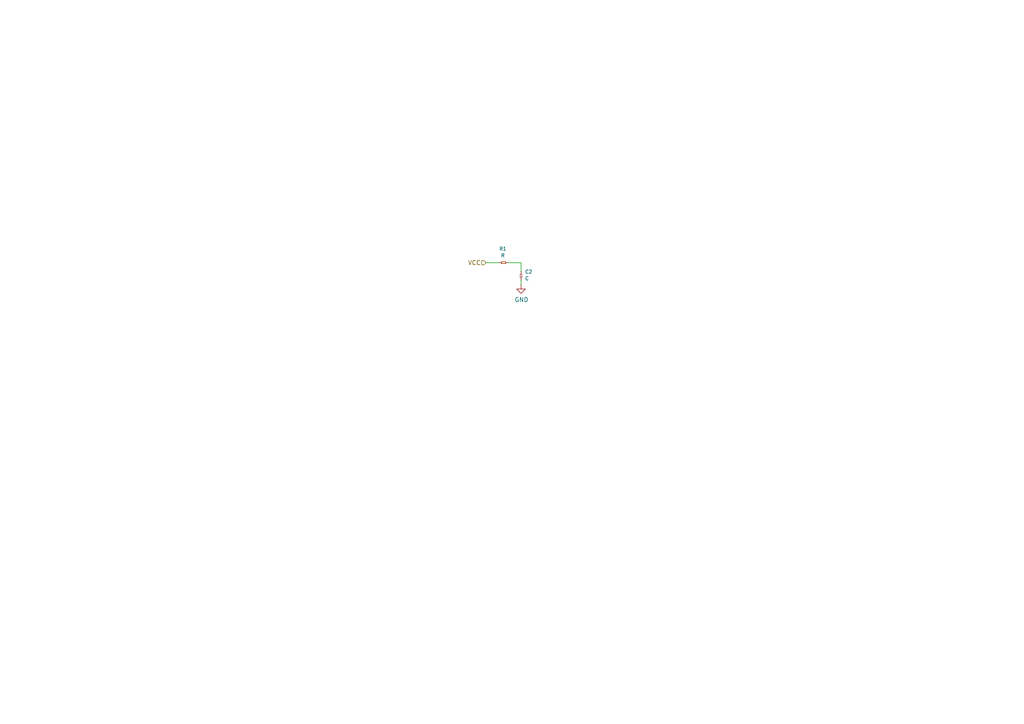
<source format=kicad_sch>
(kicad_sch (version 20231120) (generator "eeschema") (generator_version "8.0")
  (paper "A4")
  (lib_symbols
    (symbol "good-project-rescue:C-passive" (pin_numbers hide) (pin_names (offset 1.016) hide)
      (property "Reference" "C" (at 0 1.27 0))
      (property "Value" "C-passive" (at 0 -1.27 0))
      (symbol "C-passive_0_1"
        (polyline (pts (xy -0.635 0) (xy -1.27 0)))
        (polyline (pts (xy -0.635 0) (xy -0.381 0)))
        (polyline (pts (xy -0.254 0.381) (xy -0.254 -0.381)))
        (polyline (pts (xy 0.254 0.381) (xy 0.254 -0.381)))
        (polyline (pts (xy 0.635 0) (xy 0.254 0)))
        (polyline (pts (xy 1.27 0) (xy 0.635 0)))
      )
      (symbol "C-passive_1_1"
        (pin passive line (at -1.27 0 0) (length 0) (name "1") (number "1"))
        (pin passive line (at 1.27 0 0) (length 0) (name "2") (number "2"))
      )
    )
    (symbol "good-project-rescue:R-passive" (pin_numbers hide) (pin_names (offset 1.016) hide)
      (property "Reference" "R" (at 0 1.27 0))
      (property "Value" "R-passive" (at 0 -1.27 0))
      (symbol "R-passive_0_1"
        (polyline (pts (xy -0.635 0) (xy -1.27 0)))
        (polyline (pts (xy 1.27 0) (xy 0.635 0)))
        (rectangle (start 0.635 0.254) (end -0.635 -0.254) (fill (type background)))
      )
      (symbol "R-passive_1_1"
        (pin passive line (at -1.27 0 0) (length 0) (name "1") (number "1"))
        (pin passive line (at 1.27 0 0) (length 0) (name "2") (number "2"))
      )
    )
    (symbol "power:GND" (power) (pin_names (offset 0))
      (property "Value" "GND" (at 0 -3.81 0))
      (symbol "GND_0_1"
        (polyline (pts (xy 0 0) (xy 0 -1.27) (xy 1.27 -1.27) (xy 0 -2.54) (xy -1.27 -1.27) (xy 0 -1.27)))
      )
      (symbol "GND_1_1"
        (pin power_in line (at 0 0 270) (length 0) hide (name "GND") (number "1"))
      )
    )
  )
  (wire (pts (xy 151.13 76.2) (xy 151.13 78.74)))
  (wire (pts (xy 151.13 81.28) (xy 151.13 82.55)))
  (wire (pts (xy 140.97 76.2) (xy 144.78 76.2)))
  (wire (pts (xy 147.32 76.2) (xy 151.13 76.2)))
  (hierarchical_label "VCC" (shape input) (at 140.97 76.2 180))
  (symbol (lib_id "good-project-rescue:R-passive") (at 146.05 76.2 0) (unit 1)
    (property "Reference" "R1" (at 145.8468 72.1868 0) (effects (font (size 1.016 1.016))))
    (property "Value" "R" (at 145.8468 74.1172 0) (effects (font (size 1.016 1.016))))
    (property "Footprint" "Resistor_SMD:R_0402_1005Metric" (effects (hide yes)))
  )
  (symbol (lib_id "good-project-rescue:C-passive") (at 151.13 80.01 270) (unit 1)
    (property "Reference" "C2" (at 152.2476 78.8416 90) (effects (font (size 1.016 1.016)) (justify left)))
    (property "Value" "C" (at 152.2476 80.772 90) (effects (font (size 1.016 1.016)) (justify left)))
    (property "Footprint" "Capacitor_SMD:C_0402_1005Metric" (effects (hide yes)))
  )
  (symbol (lib_id "power:GND") (at 151.13 82.55 0) (unit 1)
    (property "Reference" "#PWR03" (effects (hide yes)))
    (property "Value" "GND" (at 151.257 86.9442 0))
  )
)
</source>
